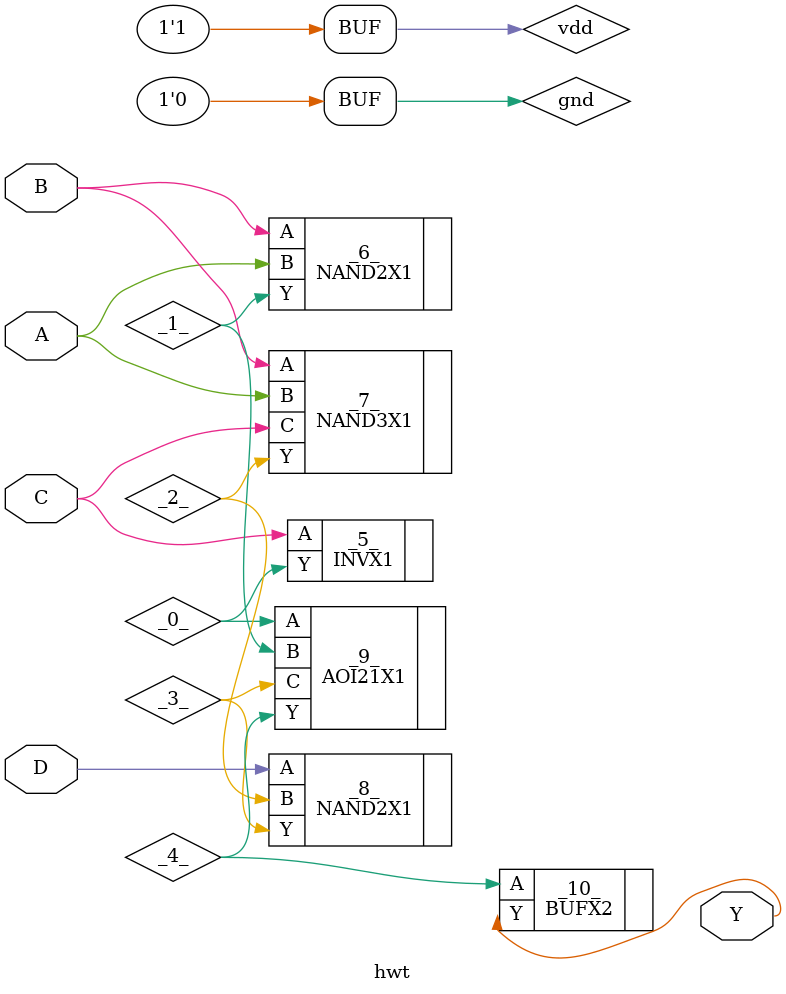
<source format=v>
/* Verilog module written by vlog2Verilog (qflow) */

module hwt(
    input A,
    input B,
    input C,
    input D,
    output Y
);

wire vdd = 1'b1;
wire gnd = 1'b0;

wire A ;
wire B ;
wire C ;
wire D ;
wire Y ;
wire _4_ ;
wire _1_ ;
wire _3_ ;
wire _0_ ;
wire _2_ ;

BUFX2 _10_ (
    .A(_4_),
    .Y(Y)
);

INVX1 _5_ (
    .A(C),
    .Y(_0_)
);

NAND2X1 _6_ (
    .A(B),
    .B(A),
    .Y(_1_)
);

NAND3X1 _7_ (
    .A(B),
    .B(A),
    .C(C),
    .Y(_2_)
);

NAND2X1 _8_ (
    .A(D),
    .B(_2_),
    .Y(_3_)
);

AOI21X1 _9_ (
    .A(_0_),
    .B(_1_),
    .C(_3_),
    .Y(_4_)
);

endmodule

</source>
